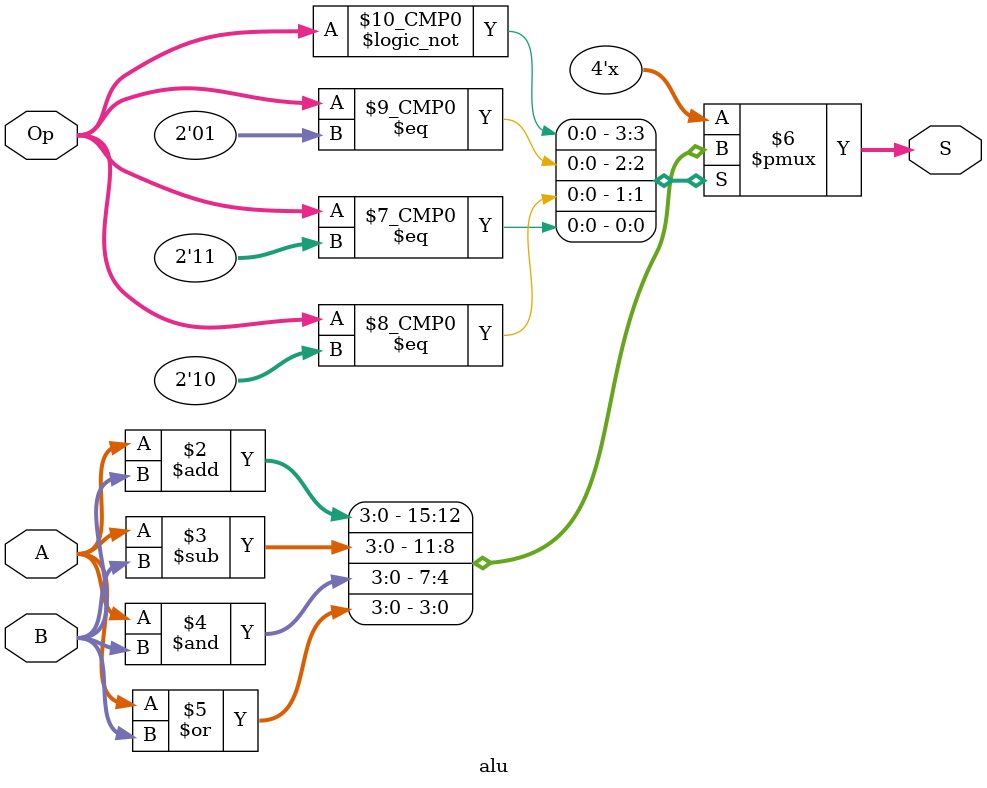
<source format=sv>
module alu(A,B,Op,S);
  input [3:0] A;
  input [3:0] B;
  input [1:0] Op;
  output reg signed [3:0] S;

always_comb
begin
  case(Op)
    2'b00: S = A + B; // Suma
    2'b01: S = A - B; // Resta
    2'b10: S = A & B; // AND
    2'b11: S = A | B; // OR
    default: S = 4'bxxxx; // Valor por defecto para opcode no válido
  endcase
end

endmodule
</source>
